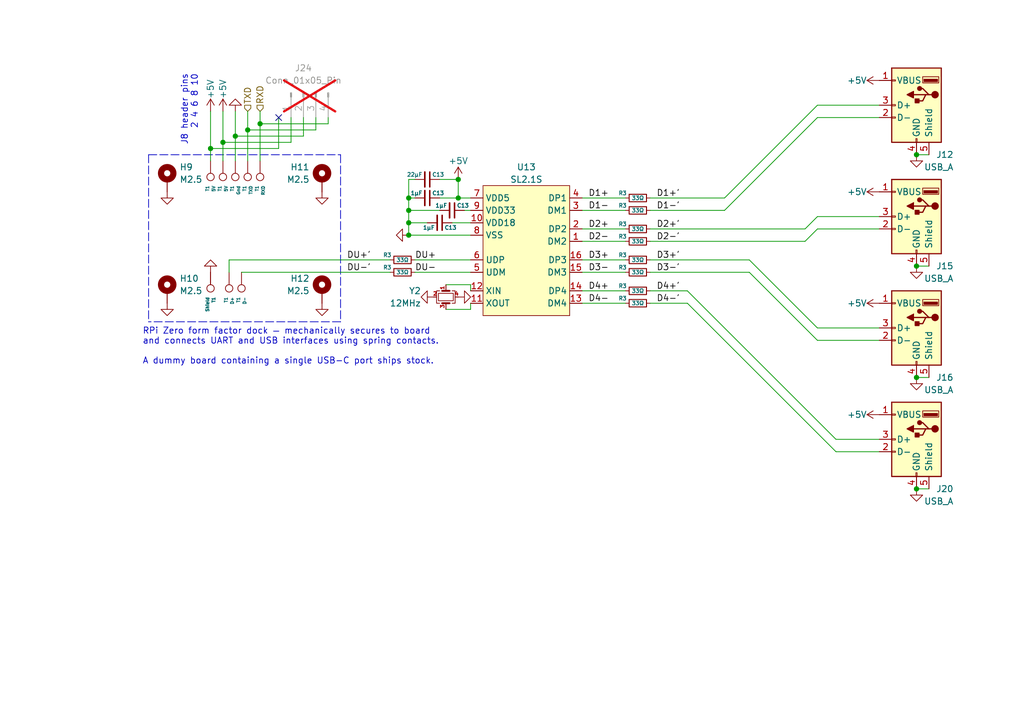
<source format=kicad_sch>
(kicad_sch (version 20230121) (generator eeschema)
  (paper "A5")
  (title_block (title "Raspberry Pi Zero Socket") (company "Meridi Engineering") (comment 1 "Mechanically attaches a Pi Zero and exposes USB and UART connections"))
  (lib_symbols
    (symbol "Connector:Conn_01x04_Pin" (pin_names (offset 1.016) hide)
      (property "Reference" "J" (at 0 5.08 0))
      (property "Value" "Conn_01x04_Pin" (at 0 -7.62 0))
      (symbol "Conn_01x04_Pin_1_1"
        (polyline (pts (xy 1.27 -5.08) (xy 0.8636 -5.08)) (stroke (width 0.1524)))
        (polyline (pts (xy 1.27 -2.54) (xy 0.8636 -2.54)) (stroke (width 0.1524)))
        (polyline (pts (xy 1.27 0) (xy 0.8636 0)) (stroke (width 0.1524)))
        (polyline (pts (xy 1.27 2.54) (xy 0.8636 2.54)) (stroke (width 0.1524)))
        (rectangle (start 0.8636 -4.953) (end 0 -5.207) (stroke (width 0.1524)) (fill (type outline)))
        (rectangle (start 0.8636 -2.413) (end 0 -2.667) (stroke (width 0.1524)) (fill (type outline)))
        (rectangle (start 0.8636 0.127) (end 0 -0.127) (stroke (width 0.1524)) (fill (type outline)))
        (rectangle (start 0.8636 2.667) (end 0 2.413) (stroke (width 0.1524)) (fill (type outline)))
        (pin passive line (at 5.08 2.54 180) (length 3.81) (name "Pin_1") (number "1"))
        (pin passive line (at 5.08 0 180) (length 3.81) (name "Pin_2") (number "2"))
        (pin passive line (at 5.08 -2.54 180) (length 3.81) (name "Pin_3") (number "3"))
        (pin passive line (at 5.08 -5.08 180) (length 3.81) (name "Pin_4") (number "4"))
      )
    )
    (symbol "Connector:TestPoint" (pin_numbers hide) (pin_names (offset 0.762) hide)
      (property "Reference" "TP" (at 0 6.858 0))
      (property "Value" "TestPoint" (at 0 5.08 0))
      (symbol "TestPoint_0_1"
        (circle (center 0 3.302) (radius 0.762))
      )
      (symbol "TestPoint_1_1"
        (pin passive line (at 0 0 90) (length 2.54) (name "1") (number "1"))
      )
    )
    (symbol "Connector:USB_A" (pin_names (offset 1.016))
      (property "Reference" "J" (at -5.08 11.43 0))
      (property "Value" "USB_A" (at -5.08 8.89 0))
      (symbol "USB_A_0_1"
        (rectangle (start -5.08 -7.62) (end 5.08 7.62) (stroke (width 0.254)) (fill (type background)))
        (circle (center -3.81 2.159) (radius 0.635) (stroke (width 0.254)) (fill (type outline)))
        (rectangle (start -1.524 4.826) (end -4.318 5.334) (fill (type outline)))
        (rectangle (start -1.27 4.572) (end -4.572 5.842))
        (circle (center -0.635 3.429) (radius 0.381) (stroke (width 0.254)) (fill (type outline)))
        (rectangle (start -0.127 -7.62) (end 0.127 -6.858))
        (polyline (pts (xy -3.175 2.159) (xy -2.54 2.159) (xy -1.27 3.429) (xy -0.635 3.429)) (stroke (width 0.254)))
        (polyline (pts (xy -2.54 2.159) (xy -1.905 2.159) (xy -1.27 0.889) (xy 0 0.889)) (stroke (width 0.254)))
        (polyline (pts (xy 0.635 2.794) (xy 0.635 1.524) (xy 1.905 2.159) (xy 0.635 2.794)) (stroke (width 0.254)) (fill (type outline)))
        (rectangle (start 0.254 1.27) (end -0.508 0.508) (stroke (width 0.254)) (fill (type outline)))
        (rectangle (start 5.08 -2.667) (end 4.318 -2.413))
        (rectangle (start 5.08 -0.127) (end 4.318 0.127))
        (rectangle (start 5.08 4.953) (end 4.318 5.207))
      )
      (symbol "USB_A_1_1"
        (polyline (pts (xy -1.905 2.159) (xy 0.635 2.159)) (stroke (width 0.254)))
        (pin power_in line (at 7.62 5.08 180) (length 2.54) (name "VBUS") (number "1"))
        (pin bidirectional line (at 7.62 -2.54 180) (length 2.54) (name "D-") (number "2"))
        (pin bidirectional line (at 7.62 0 180) (length 2.54) (name "D+") (number "3"))
        (pin power_in line (at 0 -10.16 90) (length 2.54) (name "GND") (number "4"))
        (pin passive line (at -2.54 -10.16 90) (length 2.54) (name "Shield") (number "5"))
      )
    )
    (symbol "Device:C_Small" (pin_numbers hide) (pin_names (offset 0.254) hide)
      (property "Reference" "C" (at 0.254 1.778 0))
      (property "Value" "C_Small" (at 0.254 -2.032 0))
      (symbol "C_Small_0_1"
        (polyline (pts (xy -1.524 -0.508) (xy 1.524 -0.508)) (stroke (width 0.3302)))
        (polyline (pts (xy -1.524 0.508) (xy 1.524 0.508)) (stroke (width 0.3048)))
      )
      (symbol "C_Small_1_1"
        (pin passive line (at 0 2.54 270) (length 2.032) (name "~") (number "1"))
        (pin passive line (at 0 -2.54 90) (length 2.032) (name "~") (number "2"))
      )
    )
    (symbol "Device:Crystal_GND24_Small" (pin_names (offset 1.016) hide)
      (property "Reference" "Y" (at 1.27 4.445 0))
      (property "Value" "Crystal_GND24_Small" (at 1.27 2.54 0))
      (symbol "Crystal_GND24_Small_0_1"
        (rectangle (start -0.762 -1.524) (end 0.762 1.524))
        (polyline (pts (xy -1.27 -0.762) (xy -1.27 0.762)) (stroke (width 0.381)))
        (polyline (pts (xy 1.27 -0.762) (xy 1.27 0.762)) (stroke (width 0.381)))
        (polyline (pts (xy -1.27 -1.27) (xy -1.27 -1.905) (xy 1.27 -1.905) (xy 1.27 -1.27)))
        (polyline (pts (xy -1.27 1.27) (xy -1.27 1.905) (xy 1.27 1.905) (xy 1.27 1.27)))
      )
      (symbol "Crystal_GND24_Small_1_1"
        (pin passive line (at -2.54 0 0) (length 1.27) (name "1") (number "1"))
        (pin passive line (at 0 -2.54 90) (length 0.635) (name "2") (number "2"))
        (pin passive line (at 2.54 0 180) (length 1.27) (name "3") (number "3"))
        (pin passive line (at 0 2.54 270) (length 0.635) (name "4") (number "4"))
      )
    )
    (symbol "Device:R_Small" (pin_numbers hide) (pin_names (offset 0.254) hide)
      (property "Reference" "R" (at 0.762 0.508 0))
      (property "Value" "R_Small" (at 0.762 -1.016 0))
      (symbol "R_Small_0_1"
        (rectangle (start -0.762 1.778) (end 0.762 -1.778) (stroke (width 0.2032)))
      )
      (symbol "R_Small_1_1"
        (pin passive line (at 0 2.54 270) (length 0.762) (name "~") (number "1"))
        (pin passive line (at 0 -2.54 90) (length 0.762) (name "~") (number "2"))
      )
    )
    (symbol "Mechanical:MountingHole_Pad" (pin_numbers hide) (pin_names (offset 1.016) hide)
      (property "Reference" "H" (at 0 6.35 0))
      (property "Value" "MountingHole_Pad" (at 0 4.445 0))
      (symbol "MountingHole_Pad_0_1"
        (circle (center 0 1.27) (radius 1.27) (stroke (width 1.27)))
      )
      (symbol "MountingHole_Pad_1_1"
        (pin input line (at 0 -2.54 90) (length 2.54) (name "1") (number "1"))
      )
    )
    (symbol "corevus:SL2.1S"
      (property "Reference" "U" (at -8.89 -13.97 0))
      (property "Value" "SL2.1S" (at 8.89 -13.97 0))
      (symbol "SL2.1S_0_1"
        (rectangle (start -8.89 13.97) (end 8.89 -12.7) (fill (type background)))
        (pin unspecified line (at 11.43 2.54 180) (length 2.54) (name "DM2") (number "1"))
        (pin unspecified line (at -11.43 6.35 0) (length 2.54) (name "VDD18") (number "10"))
        (pin unspecified line (at -11.43 -10.16 0) (length 2.54) (name "XOUT") (number "11"))
        (pin unspecified line (at -11.43 -7.62 0) (length 2.54) (name "XIN") (number "12"))
        (pin unspecified line (at 11.43 -10.16 180) (length 2.54) (name "DM4") (number "13"))
        (pin unspecified line (at 11.43 -7.62 180) (length 2.54) (name "DP4") (number "14"))
        (pin unspecified line (at 11.43 -3.81 180) (length 2.54) (name "DM3") (number "15"))
        (pin unspecified line (at 11.43 -1.27 180) (length 2.54) (name "DP3") (number "16"))
        (pin unspecified line (at 11.43 5.08 180) (length 2.54) (name "DP2") (number "2"))
        (pin unspecified line (at 11.43 8.89 180) (length 2.54) (name "DM1") (number "3"))
        (pin unspecified line (at 11.43 11.43 180) (length 2.54) (name "DP1") (number "4"))
        (pin unspecified line (at -11.43 -3.81 0) (length 2.54) (name "UDM") (number "5"))
        (pin unspecified line (at -11.43 -1.27 0) (length 2.54) (name "UDP") (number "6"))
        (pin unspecified line (at -11.43 11.43 0) (length 2.54) (name "VDD5") (number "7"))
        (pin unspecified line (at -11.43 3.81 0) (length 2.54) (name "VSS") (number "8"))
        (pin unspecified line (at -11.43 8.89 0) (length 2.54) (name "VDD33") (number "9"))
      )
    )
    (symbol "power:+5V" (power) (pin_names (offset 0))
      (property "Value" "+5V" (at 0 3.556 0))
      (symbol "+5V_0_1"
        (polyline (pts (xy -0.762 1.27) (xy 0 2.54)))
        (polyline (pts (xy 0 0) (xy 0 2.54)))
        (polyline (pts (xy 0 2.54) (xy 0.762 1.27)))
      )
      (symbol "+5V_1_1"
        (pin power_in line (at 0 0 90) (length 0) hide (name "+5V") (number "1"))
      )
    )
    (symbol "power:GND" (power) (pin_names (offset 0))
      (property "Value" "GND" (at 0 -3.81 0))
      (symbol "GND_0_1"
        (polyline (pts (xy 0 0) (xy 0 -1.27) (xy 1.27 -1.27) (xy 0 -2.54) (xy -1.27 -1.27) (xy 0 -1.27)))
      )
      (symbol "GND_1_1"
        (pin power_in line (at 0 0 270) (length 0) hide (name "GND") (number "1"))
      )
    )
  )
  (junction (at 53.34 25.4))
  (junction (at 48.26 27.94))
  (junction (at 187.96 54.61))
  (junction (at 43.18 30.48))
  (junction (at 45.72 29.21))
  (junction (at 83.82 43.18))
  (junction (at 83.82 40.64))
  (junction (at 93.98 40.64))
  (junction (at 50.8 26.67))
  (junction (at 187.96 77.47))
  (junction (at 187.96 100.33))
  (junction (at 83.82 45.72))
  (junction (at 187.96 31.75))
  (junction (at 93.98 36.83))
  (junction (at 83.82 48.26))
  (no_connect (at 57.15 24.13))
  (wire (pts (xy 167.64 21.59) (xy 180.34 21.59)))
  (wire (pts (xy 90.17 36.83) (xy 93.98 36.83)))
  (wire (pts (xy 180.34 92.71) (xy 171.45 92.71)))
  (wire (pts (xy 119.38 53.34) (xy 128.27 53.34)))
  (wire (pts (xy 67.31 25.4) (xy 67.31 24.13)))
  (wire (pts (xy 64.77 26.67) (xy 64.77 24.13)))
  (wire (pts (xy 128.27 40.64) (xy 119.38 40.64)))
  (wire (pts (xy 167.64 44.45) (xy 180.34 44.45)))
  (wire (pts (xy 83.82 45.72) (xy 87.63 45.72)))
  (wire (pts (xy 48.26 27.94) (xy 62.23 27.94)))
  (wire (pts (xy 133.35 62.23) (xy 140.97 62.23)))
  (wire (pts (xy 85.09 53.34) (xy 96.52 53.34)))
  (wire (pts (xy 133.35 59.69) (xy 140.97 59.69)))
  (polyline (pts (xy 69.85 31.75) (xy 69.85 66.04)) (stroke (width 0) (type dash)))
  (wire (pts (xy 119.38 43.18) (xy 128.27 43.18)))
  (wire (pts (xy 95.25 43.18) (xy 96.52 43.18)))
  (wire (pts (xy 48.26 33.02) (xy 48.26 27.94)))
  (wire (pts (xy 153.67 53.34) (xy 167.64 67.31)))
  (wire (pts (xy 62.23 27.94) (xy 62.23 24.13)))
  (wire (pts (xy 83.82 45.72) (xy 83.82 48.26)))
  (wire (pts (xy 165.1 46.99) (xy 167.64 44.45)))
  (wire (pts (xy 83.82 40.64) (xy 85.09 40.64)))
  (wire (pts (xy 53.34 22.86) (xy 53.34 25.4)))
  (wire (pts (xy 85.09 55.88) (xy 96.52 55.88)))
  (wire (pts (xy 187.96 54.61) (xy 190.5 54.61)))
  (wire (pts (xy 53.34 25.4) (xy 67.31 25.4)))
  (wire (pts (xy 59.69 29.21) (xy 59.69 24.13)))
  (wire (pts (xy 180.34 69.85) (xy 167.64 69.85)))
  (wire (pts (xy 119.38 62.23) (xy 128.27 62.23)))
  (wire (pts (xy 133.35 46.99) (xy 165.1 46.99)))
  (wire (pts (xy 148.59 43.18) (xy 167.64 24.13)))
  (wire (pts (xy 49.53 55.88) (xy 80.01 55.88)))
  (wire (pts (xy 96.52 59.69) (xy 96.52 58.42)))
  (wire (pts (xy 93.98 36.83) (xy 93.98 40.64)))
  (wire (pts (xy 83.82 43.18) (xy 83.82 45.72)))
  (wire (pts (xy 45.72 22.86) (xy 45.72 29.21)))
  (wire (pts (xy 91.44 63.5) (xy 96.52 63.5)))
  (wire (pts (xy 45.72 29.21) (xy 59.69 29.21)))
  (wire (pts (xy 43.18 33.02) (xy 43.18 30.48)))
  (wire (pts (xy 167.64 69.85) (xy 153.67 55.88)))
  (wire (pts (xy 167.64 67.31) (xy 180.34 67.31)))
  (wire (pts (xy 53.34 25.4) (xy 53.34 33.02)))
  (wire (pts (xy 133.35 55.88) (xy 153.67 55.88)))
  (wire (pts (xy 57.15 30.48) (xy 57.15 24.13)))
  (wire (pts (xy 90.17 40.64) (xy 93.98 40.64)))
  (wire (pts (xy 187.96 100.33) (xy 190.5 100.33)))
  (wire (pts (xy 128.27 46.99) (xy 119.38 46.99)))
  (wire (pts (xy 133.35 40.64) (xy 148.59 40.64)))
  (wire (pts (xy 45.72 29.21) (xy 45.72 33.02)))
  (wire (pts (xy 50.8 26.67) (xy 50.8 33.02)))
  (wire (pts (xy 83.82 43.18) (xy 90.17 43.18)))
  (wire (pts (xy 91.44 58.42) (xy 96.52 58.42)))
  (wire (pts (xy 119.38 49.53) (xy 128.27 49.53)))
  (wire (pts (xy 133.35 49.53) (xy 165.1 49.53)))
  (wire (pts (xy 128.27 59.69) (xy 119.38 59.69)))
  (wire (pts (xy 43.18 30.48) (xy 57.15 30.48)))
  (wire (pts (xy 50.8 22.86) (xy 50.8 26.67)))
  (wire (pts (xy 50.8 26.67) (xy 64.77 26.67)))
  (wire (pts (xy 46.99 53.34) (xy 80.01 53.34)))
  (polyline (pts (xy 69.85 66.04) (xy 30.48 66.04)) (stroke (width 0) (type dash)))
  (wire (pts (xy 148.59 40.64) (xy 167.64 21.59)))
  (polyline (pts (xy 30.48 31.75) (xy 30.48 66.04)) (stroke (width 0) (type dash)))
  (wire (pts (xy 133.35 43.18) (xy 148.59 43.18)))
  (wire (pts (xy 133.35 53.34) (xy 153.67 53.34)))
  (wire (pts (xy 83.82 40.64) (xy 83.82 43.18)))
  (wire (pts (xy 43.18 22.86) (xy 43.18 30.48)))
  (wire (pts (xy 83.82 36.83) (xy 85.09 36.83)))
  (wire (pts (xy 187.96 31.75) (xy 190.5 31.75)))
  (wire (pts (xy 48.26 22.86) (xy 48.26 27.94)))
  (wire (pts (xy 171.45 90.17) (xy 180.34 90.17)))
  (polyline (pts (xy 30.48 31.75) (xy 69.85 31.75)) (stroke (width 0) (type dash)))
  (wire (pts (xy 167.64 24.13) (xy 180.34 24.13)))
  (wire (pts (xy 171.45 92.71) (xy 140.97 62.23)))
  (wire (pts (xy 92.71 45.72) (xy 96.52 45.72)))
  (wire (pts (xy 93.98 40.64) (xy 96.52 40.64)))
  (wire (pts (xy 96.52 63.5) (xy 96.52 62.23)))
  (wire (pts (xy 83.82 36.83) (xy 83.82 40.64)))
  (wire (pts (xy 83.82 48.26) (xy 96.52 48.26)))
  (wire (pts (xy 119.38 55.88) (xy 128.27 55.88)))
  (wire (pts (xy 167.64 46.99) (xy 180.34 46.99)))
  (wire (pts (xy 165.1 49.53) (xy 167.64 46.99)))
  (wire (pts (xy 140.97 59.69) (xy 171.45 90.17)))
  (wire (pts (xy 187.96 77.47) (xy 190.5 77.47)))
  (wire (pts (xy 46.99 53.34) (xy 46.99 55.88)))
  (text "RPi Zero form factor dock — mechanically secures to board\nand connects UART and USB interfaces using spring contacts.\n\nA dummy board containing a single USB-C port ships stock." (at 29.21 74.93 0) (effects (font (size 1.27 1.27)) (justify left bottom)))
  (text "J8 header pins\n2 4 6 8 10" (at 40.64 15.24 90) (effects (font (size 1.27 1.27)) (justify right bottom)))
  (label "D2+'" (at 134.62 46.99 0))
  (label "D2+" (at 120.65 46.99 0))
  (label "DU+'" (at 71.12 53.34 0))
  (label "D2-" (at 120.65 49.53 0))
  (label "D3+" (at 120.65 53.34 0))
  (label "D1-" (at 120.65 43.18 0))
  (label "D1+'" (at 134.62 40.64 0))
  (label "D3-'" (at 134.62 55.88 0))
  (label "D3+'" (at 134.62 53.34 0))
  (label "D4-" (at 120.65 62.23 0))
  (label "DU-" (at 85.09 55.88 0))
  (label "D1+" (at 120.65 40.64 0))
  (label "DU-'" (at 71.12 55.88 0))
  (label "D4+'" (at 134.62 59.69 0))
  (label "D4-'" (at 134.62 62.23 0))
  (label "D1-'" (at 134.62 43.18 0))
  (label "D2-'" (at 134.62 49.53 0))
  (label "D4+" (at 120.65 59.69 0))
  (label "D3-" (at 120.65 55.88 0))
  (label "DU+" (at 85.09 53.34 0))
  (hierarchical_label "TXD" (shape input) (at 50.8 22.86 90))
  (hierarchical_label "RXD" (shape input) (at 53.34 22.86 90))
  (symbol (lib_id "Device:C_Small") (at 92.71 43.18 270) (unit 1)
    (property "Reference" "C13" (at 93.71 42.18 90) (effects (font (size 0.8 0.8)) (justify left)))
    (property "Value" "1μF" (at 91.71 42.18 90) (effects (font (size 0.8 0.8)) (justify right)))
    (property "Footprint" "AlphaLib:0402C" (effects hide))
    (instances (project "driver-tmc5160" (path "" (reference "C13") (unit 1))) (project "corevus-k" (path "" (reference "C51") (unit 1)) (path "" (reference "C66") (unit 1)) (path "" (reference "C88") (unit 1)) (path "" (reference "C93") (unit 1))))
  )
  (symbol (lib_id "power:GND") (at 34.29 39.37 0) (unit 1)
    (property "Reference" "#PWR0109" (effects hide))
    (property "Value" "GND" (effects hide))
    (instances (project "corevus-k" (path "" (reference "#PWR0109") (unit 1)) (path "" (reference "#PWR0211") (unit 1))))
  )
  (symbol (lib_id "Connector:TestPoint") (at 49.53 55.88 0) (mirror x) (unit 1)
    (property "Reference" "T1" (at 48.895 60.96 90) (effects (font (size 0.635 0.635)) (justify left)))
    (property "Value" "D-" (at 50.165 60.96 90) (effects (font (size 0.635 0.635)) (justify left)))
    (property "Footprint" "corevus:LGA_Spring" (effects hide))
    (instances (project "corevus-k" (path "" (reference "T1") (unit 1)) (path "" (reference "T46") (unit 1))))
  )
  (symbol (lib_id "Device:Crystal_GND24_Small") (at 91.44 60.96 270) (unit 1)
    (property "Reference" "Y2" (at 86.36 59.69 90) (effects (justify right)))
    (property "Value" "12MHz" (at 86.36 62.23 90) (effects (justify right)))
    (property "Footprint" "Crystal:Crystal_SMD_3225-4Pin_3.2x2.5mm" (effects hide))
  )
  (symbol (lib_id "Mechanical:MountingHole_Pad") (at 66.04 36.83 0) (mirror y) (unit 1)
    (property "Reference" "H11" (at 63.5 34.29 0) (effects (justify left)))
    (property "Value" "M2.5" (at 63.5 36.83 0) (effects (justify left)))
    (property "Footprint" "corevus:M3_M2.5_PCB_Nut" (effects hide))
  )
  (symbol (lib_id "Device:R_Small") (at 130.81 53.34 270) (mirror x) (unit 1)
    (property "Reference" "R3" (at 128.54 52.34 90) (effects (font (size 0.8 0.8)) (justify right)))
    (property "Value" "33Ω" (at 130.81 53.34 90) (effects (font (size 0.8 0.8))))
    (property "Footprint" "AlphaLib:0402R" (effects hide))
    (instances (project "driver-tmc5160" (path "" (reference "R3") (unit 1))) (project "corevus-k" (path "" (reference "R76") (unit 1)) (path "" (reference "R79") (unit 1))))
  )
  (symbol (lib_id "Mechanical:MountingHole_Pad") (at 66.04 59.69 0) (mirror y) (unit 1)
    (property "Reference" "H12" (at 63.5 57.15 0) (effects (justify left)))
    (property "Value" "M2.5" (at 63.5 59.69 0) (effects (justify left)))
    (property "Footprint" "corevus:M3_M2.5_PCB_Nut" (effects hide))
  )
  (symbol (lib_id "power:+5V") (at 180.34 16.51 90) (mirror x) (unit 1)
    (property "Reference" "#PWR024" (effects hide))
    (property "Value" "+5V" (at 177.8 16.51 90) (effects (justify left)))
  )
  (symbol (lib_id "Connector:USB_A") (at 187.96 21.59 0) (mirror y) (unit 1)
    (property "Reference" "J12" (at 195.58 31.75 0) (effects (justify left)))
    (property "Value" "USB_A" (at 195.58 34.29 0) (effects (justify left)))
    (property "Footprint" "corevus:Jing_USB-A_906-761" (effects hide))
    (property "Datasheet" " ~" (effects hide))
  )
  (symbol (lib_id "corevus:SL2.1S") (at 107.95 52.07 0) (unit 1)
    (property "Reference" "U13" (at 107.95 34.29 0))
    (property "Value" "SL2.1S" (at 107.95 36.83 0))
    (property "Footprint" "corevus:SL2.1S" (effects hide))
    (property "LCSC Part" "C2684433" (effects hide))
  )
  (symbol (lib_id "Mechanical:MountingHole_Pad") (at 34.29 59.69 0) (unit 1)
    (property "Reference" "H10" (at 36.83 57.15 0) (effects (justify left)))
    (property "Value" "M2.5" (at 36.83 59.69 0) (effects (justify left)))
    (property "Footprint" "corevus:M3_M2.5_PCB_Nut" (effects hide))
  )
  (symbol (lib_id "power:+5V") (at 93.98 36.83 0) (unit 1)
    (property "Reference" "#PWR0168" (effects hide))
    (property "Value" "+5V" (at 93.98 33.02 0))
  )
  (symbol (lib_id "power:GND") (at 66.04 39.37 0) (unit 1)
    (property "Reference" "#PWR0109" (effects hide))
    (property "Value" "GND" (effects hide))
    (instances (project "corevus-k" (path "" (reference "#PWR0109") (unit 1)) (path "" (reference "#PWR0219") (unit 1))))
  )
  (symbol (lib_id "Device:R_Small") (at 130.81 40.64 270) (mirror x) (unit 1)
    (property "Reference" "R3" (at 128.54 39.64 90) (effects (font (size 0.8 0.8)) (justify right)))
    (property "Value" "33Ω" (at 130.81 40.64 90) (effects (font (size 0.8 0.8))))
    (property "Footprint" "AlphaLib:0402R" (effects hide))
    (instances (project "driver-tmc5160" (path "" (reference "R3") (unit 1))) (project "corevus-k" (path "" (reference "R76") (unit 1)) (path "" (reference "R75") (unit 1))))
  )
  (symbol (lib_id "power:GND") (at 34.29 62.23 0) (unit 1)
    (property "Reference" "#PWR0109" (effects hide))
    (property "Value" "GND" (effects hide))
    (instances (project "corevus-k" (path "" (reference "#PWR0109") (unit 1)) (path "" (reference "#PWR0212") (unit 1))))
  )
  (symbol (lib_id "power:+5V") (at 45.72 22.86 0) (mirror y) (unit 1)
    (property "Reference" "#PWR0214" (effects hide))
    (property "Value" "+5V" (at 45.72 20.32 90) (effects (justify left)))
  )
  (symbol (lib_id "Device:R_Small") (at 82.55 55.88 270) (mirror x) (unit 1)
    (property "Reference" "R3" (at 80.28 54.88 90) (effects (font (size 0.8 0.8)) (justify right)))
    (property "Value" "33Ω" (at 82.55 55.88 90) (effects (font (size 0.8 0.8))))
    (property "Footprint" "AlphaLib:0402R" (effects hide))
    (instances (project "driver-tmc5160" (path "" (reference "R3") (unit 1))) (project "corevus-k" (path "" (reference "R76") (unit 1)) (path "" (reference "R70") (unit 1))))
  )
  (symbol (lib_id "power:GND") (at 187.96 31.75 0) (unit 1)
    (property "Reference" "#PWR0109" (effects hide))
    (property "Value" "GND" (effects hide))
    (instances (project "corevus-k" (path "" (reference "#PWR0109") (unit 1)) (path "" (reference "#PWR028") (unit 1))))
  )
  (symbol (lib_id "Connector:TestPoint") (at 53.34 33.02 0) (mirror x) (unit 1)
    (property "Reference" "T1" (at 52.705 38.1 90) (effects (font (size 0.635 0.635)) (justify left)))
    (property "Value" "RXD" (at 53.975 38.1 90) (effects (font (size 0.635 0.635)) (justify left)))
    (property "Footprint" "corevus:LGA_Spring" (effects hide))
    (instances (project "corevus-k" (path "" (reference "T1") (unit 1)) (path "" (reference "T37") (unit 1))))
  )
  (symbol (lib_id "Connector:TestPoint") (at 48.26 33.02 0) (mirror x) (unit 1)
    (property "Reference" "T1" (at 47.625 38.1 90) (effects (font (size 0.635 0.635)) (justify left)))
    (property "Value" "Gnd" (at 48.895 38.1 90) (effects (font (size 0.635 0.635)) (justify left)))
    (property "Footprint" "corevus:LGA_Spring" (effects hide))
    (instances (project "corevus-k" (path "" (reference "T1") (unit 1)) (path "" (reference "T35") (unit 1))))
  )
  (symbol (lib_id "power:GND") (at 93.98 60.96 90) (mirror x) (unit 1)
    (property "Reference" "#PWR0109" (effects hide))
    (property "Value" "GND" (effects hide))
    (instances (project "corevus-k" (path "" (reference "#PWR0109") (unit 1)) (path "" (reference "#PWR0225") (unit 1))))
  )
  (symbol (lib_id "power:GND") (at 48.26 22.86 0) (mirror x) (unit 1)
    (property "Reference" "#PWR0109" (effects hide))
    (property "Value" "GND" (effects hide))
    (instances (project "corevus-k" (path "" (reference "#PWR0109") (unit 1)) (path "" (reference "#PWR0215") (unit 1))))
  )
  (symbol (lib_id "power:GND") (at 83.82 48.26 270) (unit 1)
    (property "Reference" "#PWR0109" (effects hide))
    (property "Value" "GND" (effects hide))
    (instances (project "corevus-k" (path "" (reference "#PWR0109") (unit 1)) (path "" (reference "#PWR0112") (unit 1))))
  )
  (symbol (lib_id "Device:C_Small") (at 90.17 45.72 270) (mirror x) (unit 1)
    (property "Reference" "C13" (at 91.17 46.72 90) (effects (font (size 0.8 0.8)) (justify left)))
    (property "Value" "1μF" (at 89.17 46.72 90) (effects (font (size 0.8 0.8)) (justify right)))
    (property "Footprint" "AlphaLib:0402C" (effects hide))
    (instances (project "driver-tmc5160" (path "" (reference "C13") (unit 1))) (project "corevus-k" (path "" (reference "C51") (unit 1)) (path "" (reference "C66") (unit 1)) (path "" (reference "C88") (unit 1)) (path "" (reference "C76") (unit 1))))
  )
  (symbol (lib_id "Device:C_Small") (at 87.63 40.64 270) (unit 1)
    (property "Reference" "C13" (at 88.63 39.64 90) (effects (font (size 0.8 0.8)) (justify left)))
    (property "Value" "1μF" (at 86.63 39.64 90) (effects (font (size 0.8 0.8)) (justify right)))
    (property "Footprint" "AlphaLib:0402C" (effects hide))
    (instances (project "driver-tmc5160" (path "" (reference "C13") (unit 1))) (project "corevus-k" (path "" (reference "C51") (unit 1)) (path "" (reference "C66") (unit 1)) (path "" (reference "C88") (unit 1)) (path "" (reference "C98") (unit 1))))
  )
  (symbol (lib_id "Connector:Conn_01x04_Pin") (at 62.23 19.05 90) (mirror x) (unit 1) (dnp yes)
    (property "Reference" "J24" (at 62.23 13.97 90))
    (property "Value" "Conn_01x05_Pin" (at 62.23 16.51 90))
    (property "Footprint" "Connector_PinHeader_2.54mm:PinHeader_1x04_P2.54mm_Vertical" (effects hide))
  )
  (symbol (lib_id "Mechanical:MountingHole_Pad") (at 34.29 36.83 0) (unit 1)
    (property "Reference" "H9" (at 36.83 34.29 0) (effects (justify left)))
    (property "Value" "M2.5" (at 36.83 36.83 0) (effects (justify left)))
    (property "Footprint" "corevus:M3_M2.5_PCB_Nut" (effects hide))
  )
  (symbol (lib_id "Connector:USB_A") (at 187.96 44.45 0) (mirror y) (unit 1)
    (property "Reference" "J15" (at 195.58 54.61 0) (effects (justify left)))
    (property "Value" "USB_A" (at 195.58 57.15 0) (effects (justify left)))
    (property "Footprint" "corevus:Jing_USB-A_906-761" (effects hide))
    (property "Datasheet" " ~" (effects hide))
  )
  (symbol (lib_id "power:+5V") (at 180.34 62.23 90) (mirror x) (unit 1)
    (property "Reference" "#PWR039" (effects hide))
    (property "Value" "+5V" (at 177.8 62.23 90) (effects (justify left)))
  )
  (symbol (lib_id "power:GND") (at 187.96 100.33 0) (unit 1)
    (property "Reference" "#PWR0109" (effects hide))
    (property "Value" "GND" (effects hide))
    (instances (project "corevus-k" (path "" (reference "#PWR0109") (unit 1)) (path "" (reference "#PWR074") (unit 1))))
  )
  (symbol (lib_id "power:GND") (at 187.96 54.61 0) (unit 1)
    (property "Reference" "#PWR0109" (effects hide))
    (property "Value" "GND" (effects hide))
    (instances (project "corevus-k" (path "" (reference "#PWR0109") (unit 1)) (path "" (reference "#PWR031") (unit 1))))
  )
  (symbol (lib_id "Device:R_Small") (at 82.55 53.34 270) (mirror x) (unit 1)
    (property "Reference" "R3" (at 80.28 52.34 90) (effects (font (size 0.8 0.8)) (justify right)))
    (property "Value" "33Ω" (at 82.55 53.34 90) (effects (font (size 0.8 0.8))))
    (property "Footprint" "AlphaLib:0402R" (effects hide))
    (instances (project "driver-tmc5160" (path "" (reference "R3") (unit 1))) (project "corevus-k" (path "" (reference "R76") (unit 1)) (path "" (reference "R69") (unit 1))))
  )
  (symbol (lib_id "Device:R_Small") (at 130.81 59.69 270) (mirror x) (unit 1)
    (property "Reference" "R3" (at 128.54 58.69 90) (effects (font (size 0.8 0.8)) (justify right)))
    (property "Value" "33Ω" (at 130.81 59.69 90) (effects (font (size 0.8 0.8))))
    (property "Footprint" "AlphaLib:0402R" (effects hide))
    (instances (project "driver-tmc5160" (path "" (reference "R3") (unit 1))) (project "corevus-k" (path "" (reference "R76") (unit 1)) (path "" (reference "R81") (unit 1))))
  )
  (symbol (lib_id "Device:R_Small") (at 130.81 43.18 270) (mirror x) (unit 1)
    (property "Reference" "R3" (at 128.54 42.18 90) (effects (font (size 0.8 0.8)) (justify right)))
    (property "Value" "33Ω" (at 130.81 43.18 90) (effects (font (size 0.8 0.8))))
    (property "Footprint" "AlphaLib:0402R" (effects hide))
    (instances (project "driver-tmc5160" (path "" (reference "R3") (unit 1))) (project "corevus-k" (path "" (reference "R76") (unit 1)) (path "" (reference "R76") (unit 1))))
  )
  (symbol (lib_id "power:GND") (at 88.9 60.96 270) (unit 1)
    (property "Reference" "#PWR0109" (effects hide))
    (property "Value" "GND" (effects hide))
    (instances (project "corevus-k" (path "" (reference "#PWR0109") (unit 1)) (path "" (reference "#PWR0223") (unit 1))))
  )
  (symbol (lib_id "power:+5V") (at 43.18 22.86 0) (mirror y) (unit 1)
    (property "Reference" "#PWR0213" (effects hide))
    (property "Value" "+5V" (at 43.18 20.32 90) (effects (justify left)))
  )
  (symbol (lib_id "Device:R_Small") (at 130.81 49.53 270) (mirror x) (unit 1)
    (property "Reference" "R3" (at 128.54 48.53 90) (effects (font (size 0.8 0.8)) (justify right)))
    (property "Value" "33Ω" (at 130.81 49.53 90) (effects (font (size 0.8 0.8))))
    (property "Footprint" "AlphaLib:0402R" (effects hide))
    (instances (project "driver-tmc5160" (path "" (reference "R3") (unit 1))) (project "corevus-k" (path "" (reference "R76") (unit 1)) (path "" (reference "R78") (unit 1))))
  )
  (symbol (lib_id "Device:R_Small") (at 130.81 62.23 270) (mirror x) (unit 1)
    (property "Reference" "R3" (at 128.54 61.23 90) (effects (font (size 0.8 0.8)) (justify right)))
    (property "Value" "33Ω" (at 130.81 62.23 90) (effects (font (size 0.8 0.8))))
    (property "Footprint" "AlphaLib:0402R" (effects hide))
    (instances (project "driver-tmc5160" (path "" (reference "R3") (unit 1))) (project "corevus-k" (path "" (reference "R76") (unit 1)) (path "" (reference "R82") (unit 1))))
  )
  (symbol (lib_id "Connector:USB_A") (at 187.96 67.31 0) (mirror y) (unit 1)
    (property "Reference" "J16" (at 195.58 77.47 0) (effects (justify left)))
    (property "Value" "USB_A" (at 195.58 80.01 0) (effects (justify left)))
    (property "Footprint" "corevus:Jing_USB-A_906-761" (effects hide))
    (property "Datasheet" " ~" (effects hide))
  )
  (symbol (lib_id "Connector:TestPoint") (at 50.8 33.02 0) (mirror x) (unit 1)
    (property "Reference" "T1" (at 50.165 38.1 90) (effects (font (size 0.635 0.635)) (justify left)))
    (property "Value" "TXD" (at 51.435 38.1 90) (effects (font (size 0.635 0.635)) (justify left)))
    (property "Footprint" "corevus:LGA_Spring" (effects hide))
    (instances (project "corevus-k" (path "" (reference "T1") (unit 1)) (path "" (reference "T36") (unit 1))))
  )
  (symbol (lib_id "Device:R_Small") (at 130.81 55.88 270) (mirror x) (unit 1)
    (property "Reference" "R3" (at 128.54 54.88 90) (effects (font (size 0.8 0.8)) (justify right)))
    (property "Value" "33Ω" (at 130.81 55.88 90) (effects (font (size 0.8 0.8))))
    (property "Footprint" "AlphaLib:0402R" (effects hide))
    (instances (project "driver-tmc5160" (path "" (reference "R3") (unit 1))) (project "corevus-k" (path "" (reference "R76") (unit 1)) (path "" (reference "R80") (unit 1))))
  )
  (symbol (lib_id "Connector:TestPoint") (at 43.18 55.88 180) (unit 1)
    (property "Reference" "T1" (at 43.815 60.96 90) (effects (font (size 0.635 0.635)) (justify left)))
    (property "Value" "Shield" (at 42.545 60.96 90) (effects (font (size 0.635 0.635)) (justify left)))
    (property "Footprint" "corevus:LGA_Spring" (effects hide))
    (instances (project "corevus-k" (path "" (reference "T1") (unit 1)) (path "" (reference "T44") (unit 1))))
  )
  (symbol (lib_id "power:GND") (at 66.04 62.23 0) (unit 1)
    (property "Reference" "#PWR0109" (effects hide))
    (property "Value" "GND" (effects hide))
    (instances (project "corevus-k" (path "" (reference "#PWR0109") (unit 1)) (path "" (reference "#PWR0220") (unit 1))))
  )
  (symbol (lib_id "Connector:TestPoint") (at 45.72 33.02 0) (mirror x) (unit 1)
    (property "Reference" "T1" (at 45.085 38.1 90) (effects (font (size 0.635 0.635)) (justify left)))
    (property "Value" "5V" (at 46.355 38.1 90) (effects (font (size 0.635 0.635)) (justify left)))
    (property "Footprint" "corevus:LGA_Spring" (effects hide))
    (instances (project "corevus-k" (path "" (reference "T1") (unit 1)) (path "" (reference "T34") (unit 1))))
  )
  (symbol (lib_id "Device:R_Small") (at 130.81 46.99 270) (mirror x) (unit 1)
    (property "Reference" "R3" (at 128.54 45.99 90) (effects (font (size 0.8 0.8)) (justify right)))
    (property "Value" "33Ω" (at 130.81 46.99 90) (effects (font (size 0.8 0.8))))
    (property "Footprint" "AlphaLib:0402R" (effects hide))
    (instances (project "driver-tmc5160" (path "" (reference "R3") (unit 1))) (project "corevus-k" (path "" (reference "R76") (unit 1)) (path "" (reference "R77") (unit 1))))
  )
  (symbol (lib_id "Device:C_Small") (at 87.63 36.83 270) (unit 1)
    (property "Reference" "C13" (at 88.63 35.83 90) (effects (font (size 0.8 0.8)) (justify left)))
    (property "Value" "22μF" (at 86.63 35.83 90) (effects (font (size 0.8 0.8)) (justify right)))
    (property "Footprint" "Capacitor_SMD:C_1206_3216Metric" (effects hide))
    (instances (project "driver-tmc5160" (path "" (reference "C13") (unit 1))) (project "corevus-k" (path "" (reference "C51") (unit 1)) (path "" (reference "C66") (unit 1)) (path "" (reference "C97") (unit 1)) (path "" (reference "C99") (unit 1))))
  )
  (symbol (lib_id "Connector:USB_A") (at 187.96 90.17 0) (mirror y) (unit 1)
    (property "Reference" "J20" (at 195.58 100.33 0) (effects (justify left)))
    (property "Value" "USB_A" (at 195.58 102.87 0) (effects (justify left)))
    (property "Footprint" "corevus:Jing_USB-A_906-761" (effects hide))
    (property "Datasheet" " ~" (effects hide))
  )
  (symbol (lib_id "power:+5V") (at 180.34 39.37 90) (mirror x) (unit 1)
    (property "Reference" "#PWR029" (effects hide))
    (property "Value" "+5V" (at 177.8 39.37 90) (effects (justify left)))
  )
  (symbol (lib_id "power:+5V") (at 180.34 85.09 90) (mirror x) (unit 1)
    (property "Reference" "#PWR072" (effects hide))
    (property "Value" "+5V" (at 177.8 85.09 90) (effects (justify left)))
  )
  (symbol (lib_id "Connector:TestPoint") (at 46.99 55.88 0) (mirror x) (unit 1)
    (property "Reference" "T1" (at 46.355 60.96 90) (effects (font (size 0.635 0.635)) (justify left)))
    (property "Value" "D+" (at 47.625 60.96 90) (effects (font (size 0.635 0.635)) (justify left)))
    (property "Footprint" "corevus:LGA_Spring" (effects hide))
    (instances (project "corevus-k" (path "" (reference "T1") (unit 1)) (path "" (reference "T45") (unit 1))))
  )
  (symbol (lib_id "power:GND") (at 187.96 77.47 0) (unit 1)
    (property "Reference" "#PWR0109" (effects hide))
    (property "Value" "GND" (effects hide))
    (instances (project "corevus-k" (path "" (reference "#PWR0109") (unit 1)) (path "" (reference "#PWR073") (unit 1))))
  )
  (symbol (lib_id "Connector:TestPoint") (at 43.18 33.02 0) (mirror x) (unit 1)
    (property "Reference" "T1" (at 42.545 38.1 90) (effects (font (size 0.635 0.635)) (justify left)))
    (property "Value" "5V" (at 43.815 38.1 90) (effects (font (size 0.635 0.635)) (justify left)))
    (property "Footprint" "corevus:LGA_Spring" (effects hide))
    (instances (project "corevus-k" (path "" (reference "T1") (unit 1)) (path "" (reference "T33") (unit 1))))
  )
  (symbol (lib_id "power:GND") (at 43.18 55.88 180) (unit 1)
    (property "Reference" "#PWR0109" (effects hide))
    (property "Value" "GND" (effects hide))
    (instances (project "corevus-k" (path "" (reference "#PWR0109") (unit 1)) (path "" (reference "#PWR0218") (unit 1))))
  )
)
</source>
